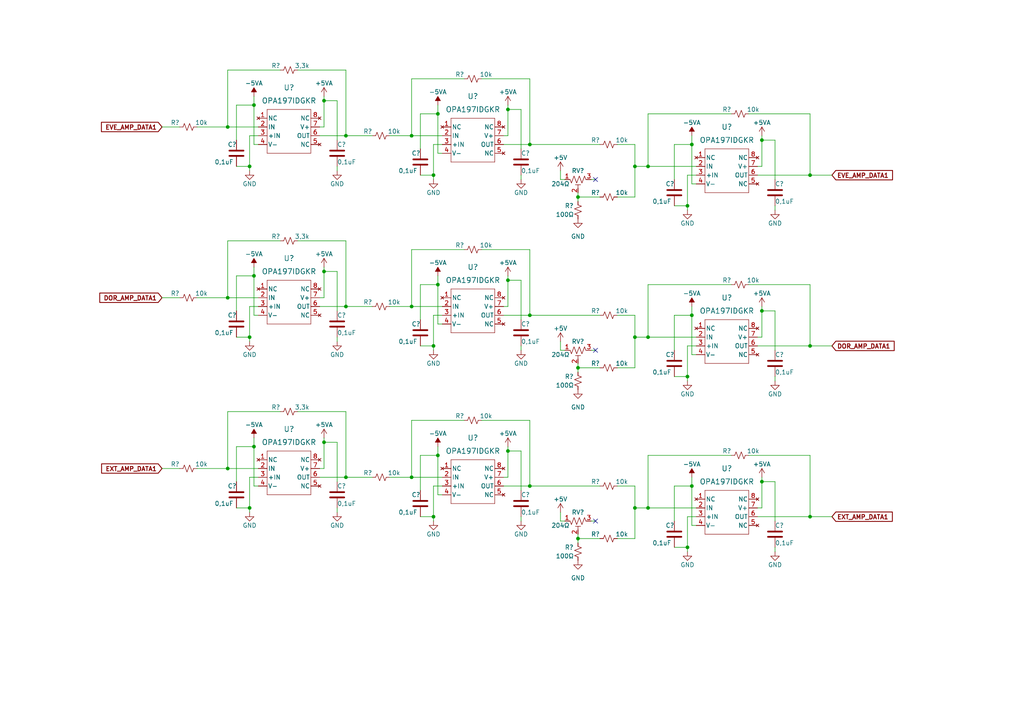
<source format=kicad_sch>
(kicad_sch (version 20211123) (generator eeschema)
  (paper "A4")
  (lib_symbols
    (symbol "Device:C" (pin_numbers hide) (pin_names (offset 0.254))
      (property "Reference" "C" (at 0.635 2.54 0))
      (property "Value" "C" (at 0.635 -2.54 0))
      (symbol "C_0_1"
        (polyline (pts (xy -2.032 -0.762) (xy 2.032 -0.762)) (stroke (width 0.508)))
        (polyline (pts (xy -2.032 0.762) (xy 2.032 0.762)) (stroke (width 0.508)))
      )
      (symbol "C_1_1"
        (pin passive line (at 0 3.81 270) (length 2.794) (name "~") (number "1"))
        (pin passive line (at 0 -3.81 90) (length 2.794) (name "~") (number "2"))
      )
    )
    (symbol "Device:R_Potentiometer_Trim_US" (pin_names (offset 1.016) hide)
      (property "Reference" "RV" (at -4.445 0 90))
      (property "Value" "R_Potentiometer_Trim_US" (at -2.54 0 90))
      (symbol "R_Potentiometer_Trim_US_0_1"
        (polyline (pts (xy 0 -2.286) (xy 0 -2.54)))
        (polyline (pts (xy 0 2.286) (xy 0 2.54)))
        (polyline (pts (xy 1.524 0.762) (xy 1.524 -0.762)))
        (polyline (pts (xy 2.54 0) (xy 1.524 0)))
        (polyline (pts (xy 0 -0.762) (xy 1.016 -1.143) (xy 0 -1.524) (xy -1.016 -1.905) (xy 0 -2.286)))
        (polyline (pts (xy 0 0.762) (xy 1.016 0.381) (xy 0 0) (xy -1.016 -0.381) (xy 0 -0.762)))
        (polyline (pts (xy 0 2.286) (xy 1.016 1.905) (xy 0 1.524) (xy -1.016 1.143) (xy 0 0.762)))
      )
      (symbol "R_Potentiometer_Trim_US_1_1"
        (pin passive line (at 0 3.81 270) (length 1.27) (name "1") (number "1"))
        (pin passive line (at 3.81 0 180) (length 1.27) (name "2") (number "2"))
        (pin passive line (at 0 -3.81 90) (length 1.27) (name "3") (number "3"))
      )
    )
    (symbol "Device:R_Small_US" (pin_numbers hide) (pin_names (offset 0.254) hide)
      (property "Reference" "R" (at 0.762 0.508 0))
      (property "Value" "R_Small_US" (at 0.762 -1.016 0))
      (symbol "R_Small_US_1_1"
        (polyline (pts (xy 0 0) (xy 1.016 -0.381) (xy 0 -0.762) (xy -1.016 -1.143) (xy 0 -1.524)))
        (polyline (pts (xy 0 1.524) (xy 1.016 1.143) (xy 0 0.762) (xy -1.016 0.381) (xy 0 0)))
        (pin passive line (at 0 2.54 270) (length 1.016) (name "~") (number "1"))
        (pin passive line (at 0 -2.54 90) (length 1.016) (name "~") (number "2"))
      )
    )
    (symbol "SymLib:OPA197IDGKR" (pin_names (offset 0.254))
      (property "Reference" "U" (at 15.24 3.81 0))
      (property "Value" "OPA197IDGKR" (at 20.32 -11.43 0))
      (symbol "OPA197IDGKR_0_1"
        (polyline (pts (xy 13.97 -10.16) (xy 26.67 -10.16)) (stroke (width 0.127)))
        (polyline (pts (xy 13.97 2.54) (xy 13.97 -10.16)) (stroke (width 0.127)))
        (polyline (pts (xy 26.67 -10.16) (xy 26.67 2.54)) (stroke (width 0.127)))
        (polyline (pts (xy 26.67 2.54) (xy 13.97 2.54)) (stroke (width 0.127)))
        (pin no_connect line (at 11.43 0 0) (length 2.54) (name "NC") (number "1"))
        (pin unspecified line (at 11.43 -2.54 0) (length 2.54) (name "IN") (number "2"))
        (pin input line (at 11.43 -5.08 0) (length 2.54) (name "+IN") (number "3"))
        (pin power_in line (at 11.43 -7.62 0) (length 2.54) (name "V-") (number "4"))
        (pin no_connect line (at 29.21 -7.62 180) (length 2.54) (name "NC") (number "5"))
        (pin output line (at 29.21 -5.08 180) (length 2.54) (name "OUT") (number "6"))
        (pin power_in line (at 29.21 -2.54 180) (length 2.54) (name "V+") (number "7"))
        (pin no_connect line (at 29.21 0 180) (length 2.54) (name "NC") (number "8"))
      )
    )
    (symbol "power:+5V" (power) (pin_names (offset 0))
      (property "Value" "+5V" (at 0 3.556 0))
      (symbol "+5V_0_1"
        (polyline (pts (xy -0.762 1.27) (xy 0 2.54)))
        (polyline (pts (xy 0 0) (xy 0 2.54)))
        (polyline (pts (xy 0 2.54) (xy 0.762 1.27)))
      )
      (symbol "+5V_1_1"
        (pin power_in line (at 0 0 90) (length 0) hide (name "+5V") (number "1"))
      )
    )
    (symbol "power:+5VA" (power) (pin_names (offset 0))
      (property "Value" "+5VA" (at 0 3.556 0))
      (symbol "+5VA_0_1"
        (polyline (pts (xy -0.762 1.27) (xy 0 2.54)))
        (polyline (pts (xy 0 0) (xy 0 2.54)))
        (polyline (pts (xy 0 2.54) (xy 0.762 1.27)))
      )
      (symbol "+5VA_1_1"
        (pin power_in line (at 0 0 90) (length 0) hide (name "+5VA") (number "1"))
      )
    )
    (symbol "power:-5VA" (power) (pin_names (offset 0))
      (property "Value" "-5VA" (at 0 3.81 0))
      (symbol "-5VA_0_0"
        (pin power_in line (at 0 0 90) (length 0) hide (name "-5VA") (number "1"))
      )
      (symbol "-5VA_0_1"
        (polyline (pts (xy 0 0) (xy 0 1.27) (xy 0.762 1.27) (xy 0 2.54) (xy -0.762 1.27) (xy 0 1.27)) (fill (type outline)))
      )
    )
    (symbol "power:GND" (power) (pin_names (offset 0))
      (property "Value" "GND" (at 0 -3.81 0))
      (symbol "GND_0_1"
        (polyline (pts (xy 0 0) (xy 0 -1.27) (xy 1.27 -1.27) (xy 0 -2.54) (xy -1.27 -1.27) (xy 0 -1.27)))
      )
      (symbol "GND_1_1"
        (pin power_in line (at 0 0 270) (length 0) hide (name "GND") (number "1"))
      )
    )
  )
  (junction (at 66.04 135.89))
  (junction (at 66.04 86.36))
  (junction (at 127 132.08))
  (junction (at 127 82.55))
  (junction (at 187.96 97.79))
  (junction (at 153.67 41.91))
  (junction (at 167.64 156.21))
  (junction (at 200.66 41.91))
  (junction (at 100.33 88.9))
  (junction (at 220.98 40.64))
  (junction (at 72.39 48.26))
  (junction (at 199.39 109.22))
  (junction (at 184.15 147.32))
  (junction (at 184.15 48.26))
  (junction (at 147.32 81.28))
  (junction (at 234.95 149.86))
  (junction (at 125.73 100.33))
  (junction (at 199.39 59.69))
  (junction (at 100.33 39.37))
  (junction (at 200.66 140.97))
  (junction (at 167.64 57.15))
  (junction (at 153.67 140.97))
  (junction (at 167.64 106.68))
  (junction (at 72.39 97.79))
  (junction (at 234.95 100.33))
  (junction (at 147.32 130.81))
  (junction (at 127 33.02))
  (junction (at 119.38 39.37))
  (junction (at 93.98 29.21))
  (junction (at 93.98 78.74))
  (junction (at 125.73 149.86))
  (junction (at 184.15 97.79))
  (junction (at 187.96 48.26))
  (junction (at 66.04 36.83))
  (junction (at 100.33 138.43))
  (junction (at 153.67 91.44))
  (junction (at 72.39 147.32))
  (junction (at 125.73 50.8))
  (junction (at 119.38 88.9))
  (junction (at 220.98 90.17))
  (junction (at 187.96 147.32))
  (junction (at 73.66 80.01))
  (junction (at 234.95 50.8))
  (junction (at 73.66 129.54))
  (junction (at 119.38 138.43))
  (junction (at 200.66 91.44))
  (junction (at 73.66 30.48))
  (junction (at 93.98 128.27))
  (junction (at 220.98 139.7))
  (junction (at 147.32 31.75))
  (junction (at 199.39 158.75))
  (no_connect (at 172.72 151.13))
  (no_connect (at 172.72 101.6))
  (no_connect (at 172.72 52.07))
  (wire (pts (xy 220.98 88.9) (xy 220.98 90.17)))
  (wire (pts (xy 125.73 50.8) (xy 125.73 52.07)))
  (wire (pts (xy 162.56 99.06) (xy 162.56 101.6)))
  (wire (pts (xy 81.28 119.38) (xy 66.04 119.38)))
  (wire (pts (xy 200.66 88.9) (xy 200.66 91.44)))
  (wire (pts (xy 195.58 151.13) (xy 195.58 140.97)))
  (wire (pts (xy 199.39 100.33) (xy 201.93 100.33)))
  (wire (pts (xy 73.66 129.54) (xy 73.66 140.97)))
  (wire (pts (xy 219.71 48.26) (xy 220.98 48.26)))
  (wire (pts (xy 173.99 57.15) (xy 167.64 57.15)))
  (wire (pts (xy 200.66 152.4) (xy 201.93 152.4)))
  (wire (pts (xy 147.32 31.75) (xy 147.32 39.37)))
  (wire (pts (xy 127 93.98) (xy 128.27 93.98)))
  (wire (pts (xy 66.04 69.85) (xy 66.04 86.36)))
  (wire (pts (xy 93.98 78.74) (xy 97.79 78.74)))
  (wire (pts (xy 93.98 29.21) (xy 97.79 29.21)))
  (wire (pts (xy 46.99 86.36) (xy 52.07 86.36)))
  (wire (pts (xy 212.09 132.08) (xy 187.96 132.08)))
  (wire (pts (xy 173.99 106.68) (xy 167.64 106.68)))
  (wire (pts (xy 195.58 109.22) (xy 199.39 109.22)))
  (wire (pts (xy 93.98 128.27) (xy 97.79 128.27)))
  (wire (pts (xy 151.13 50.8) (xy 151.13 52.07)))
  (wire (pts (xy 200.66 41.91) (xy 200.66 53.34)))
  (wire (pts (xy 184.15 147.32) (xy 187.96 147.32)))
  (wire (pts (xy 146.05 88.9) (xy 147.32 88.9)))
  (wire (pts (xy 179.07 91.44) (xy 184.15 91.44)))
  (wire (pts (xy 147.32 81.28) (xy 147.32 88.9)))
  (wire (pts (xy 219.71 50.8) (xy 234.95 50.8)))
  (wire (pts (xy 219.71 100.33) (xy 234.95 100.33)))
  (wire (pts (xy 153.67 91.44) (xy 173.99 91.44)))
  (wire (pts (xy 184.15 48.26) (xy 187.96 48.26)))
  (wire (pts (xy 220.98 90.17) (xy 220.98 97.79)))
  (wire (pts (xy 125.73 149.86) (xy 125.73 151.13)))
  (wire (pts (xy 146.05 41.91) (xy 153.67 41.91)))
  (wire (pts (xy 125.73 41.91) (xy 125.73 50.8)))
  (wire (pts (xy 146.05 140.97) (xy 153.67 140.97)))
  (wire (pts (xy 100.33 39.37) (xy 100.33 20.32)))
  (wire (pts (xy 147.32 31.75) (xy 151.13 31.75)))
  (wire (pts (xy 93.98 29.21) (xy 93.98 36.83)))
  (wire (pts (xy 125.73 100.33) (xy 125.73 101.6)))
  (wire (pts (xy 234.95 50.8) (xy 241.3 50.8)))
  (wire (pts (xy 167.64 105.41) (xy 167.64 106.68)))
  (wire (pts (xy 68.58 30.48) (xy 73.66 30.48)))
  (wire (pts (xy 100.33 20.32) (xy 86.36 20.32)))
  (wire (pts (xy 119.38 39.37) (xy 128.27 39.37)))
  (wire (pts (xy 125.73 140.97) (xy 128.27 140.97)))
  (wire (pts (xy 187.96 33.02) (xy 187.96 48.26)))
  (wire (pts (xy 219.71 97.79) (xy 220.98 97.79)))
  (wire (pts (xy 212.09 82.55) (xy 187.96 82.55)))
  (wire (pts (xy 121.92 142.24) (xy 121.92 132.08)))
  (wire (pts (xy 151.13 100.33) (xy 151.13 101.6)))
  (wire (pts (xy 92.71 39.37) (xy 100.33 39.37)))
  (wire (pts (xy 57.15 86.36) (xy 66.04 86.36)))
  (wire (pts (xy 81.28 69.85) (xy 66.04 69.85)))
  (wire (pts (xy 173.99 156.21) (xy 167.64 156.21)))
  (wire (pts (xy 73.66 41.91) (xy 74.93 41.91)))
  (wire (pts (xy 219.71 149.86) (xy 234.95 149.86)))
  (wire (pts (xy 147.32 80.01) (xy 147.32 81.28)))
  (wire (pts (xy 195.58 158.75) (xy 199.39 158.75)))
  (wire (pts (xy 100.33 88.9) (xy 100.33 69.85)))
  (wire (pts (xy 187.96 147.32) (xy 201.93 147.32)))
  (wire (pts (xy 220.98 139.7) (xy 224.79 139.7)))
  (wire (pts (xy 119.38 138.43) (xy 128.27 138.43)))
  (wire (pts (xy 127 30.48) (xy 127 33.02)))
  (wire (pts (xy 172.72 151.13) (xy 171.45 151.13)))
  (wire (pts (xy 92.71 135.89) (xy 93.98 135.89)))
  (wire (pts (xy 153.67 41.91) (xy 153.67 22.86)))
  (wire (pts (xy 100.33 88.9) (xy 107.95 88.9)))
  (wire (pts (xy 121.92 100.33) (xy 125.73 100.33)))
  (wire (pts (xy 121.92 43.18) (xy 121.92 33.02)))
  (wire (pts (xy 119.38 22.86) (xy 119.38 39.37)))
  (wire (pts (xy 195.58 41.91) (xy 200.66 41.91)))
  (wire (pts (xy 73.66 91.44) (xy 74.93 91.44)))
  (wire (pts (xy 121.92 149.86) (xy 125.73 149.86)))
  (wire (pts (xy 66.04 36.83) (xy 74.93 36.83)))
  (wire (pts (xy 72.39 138.43) (xy 74.93 138.43)))
  (wire (pts (xy 72.39 138.43) (xy 72.39 147.32)))
  (wire (pts (xy 134.62 121.92) (xy 119.38 121.92)))
  (wire (pts (xy 68.58 147.32) (xy 72.39 147.32)))
  (wire (pts (xy 153.67 91.44) (xy 153.67 72.39)))
  (wire (pts (xy 187.96 132.08) (xy 187.96 147.32)))
  (wire (pts (xy 97.79 139.7) (xy 97.79 128.27)))
  (wire (pts (xy 184.15 91.44) (xy 184.15 97.79)))
  (wire (pts (xy 151.13 92.71) (xy 151.13 81.28)))
  (wire (pts (xy 162.56 101.6) (xy 163.83 101.6)))
  (wire (pts (xy 100.33 69.85) (xy 86.36 69.85)))
  (wire (pts (xy 224.79 158.75) (xy 224.79 160.02)))
  (wire (pts (xy 195.58 101.6) (xy 195.58 91.44)))
  (wire (pts (xy 125.73 91.44) (xy 125.73 100.33)))
  (wire (pts (xy 93.98 77.47) (xy 93.98 78.74)))
  (wire (pts (xy 199.39 158.75) (xy 199.39 160.02)))
  (wire (pts (xy 68.58 40.64) (xy 68.58 30.48)))
  (wire (pts (xy 100.33 119.38) (xy 86.36 119.38)))
  (wire (pts (xy 167.64 154.94) (xy 167.64 156.21)))
  (wire (pts (xy 127 132.08) (xy 127 143.51)))
  (wire (pts (xy 219.71 147.32) (xy 220.98 147.32)))
  (wire (pts (xy 179.07 41.91) (xy 184.15 41.91)))
  (wire (pts (xy 234.95 100.33) (xy 241.3 100.33)))
  (wire (pts (xy 184.15 140.97) (xy 184.15 147.32)))
  (wire (pts (xy 147.32 129.54) (xy 147.32 130.81)))
  (wire (pts (xy 153.67 140.97) (xy 173.99 140.97)))
  (wire (pts (xy 121.92 50.8) (xy 125.73 50.8)))
  (wire (pts (xy 153.67 140.97) (xy 153.67 121.92)))
  (wire (pts (xy 234.95 149.86) (xy 241.3 149.86)))
  (wire (pts (xy 68.58 139.7) (xy 68.58 129.54)))
  (wire (pts (xy 121.92 92.71) (xy 121.92 82.55)))
  (wire (pts (xy 184.15 48.26) (xy 184.15 57.15)))
  (wire (pts (xy 162.56 148.59) (xy 162.56 151.13)))
  (wire (pts (xy 146.05 91.44) (xy 153.67 91.44)))
  (wire (pts (xy 162.56 52.07) (xy 163.83 52.07)))
  (wire (pts (xy 220.98 139.7) (xy 220.98 147.32)))
  (wire (pts (xy 97.79 90.17) (xy 97.79 78.74)))
  (wire (pts (xy 68.58 80.01) (xy 73.66 80.01)))
  (wire (pts (xy 224.79 109.22) (xy 224.79 110.49)))
  (wire (pts (xy 151.13 149.86) (xy 151.13 151.13)))
  (wire (pts (xy 200.66 53.34) (xy 201.93 53.34)))
  (wire (pts (xy 167.64 57.15) (xy 167.64 58.42)))
  (wire (pts (xy 125.73 140.97) (xy 125.73 149.86)))
  (wire (pts (xy 73.66 27.94) (xy 73.66 30.48)))
  (wire (pts (xy 184.15 147.32) (xy 184.15 156.21)))
  (wire (pts (xy 73.66 80.01) (xy 73.66 91.44)))
  (wire (pts (xy 195.58 140.97) (xy 200.66 140.97)))
  (wire (pts (xy 162.56 49.53) (xy 162.56 52.07)))
  (wire (pts (xy 100.33 39.37) (xy 107.95 39.37)))
  (wire (pts (xy 66.04 86.36) (xy 74.93 86.36)))
  (wire (pts (xy 57.15 36.83) (xy 66.04 36.83)))
  (wire (pts (xy 172.72 52.07) (xy 171.45 52.07)))
  (wire (pts (xy 234.95 33.02) (xy 217.17 33.02)))
  (wire (pts (xy 68.58 129.54) (xy 73.66 129.54)))
  (wire (pts (xy 179.07 106.68) (xy 184.15 106.68)))
  (wire (pts (xy 179.07 57.15) (xy 184.15 57.15)))
  (wire (pts (xy 73.66 140.97) (xy 74.93 140.97)))
  (wire (pts (xy 93.98 127) (xy 93.98 128.27)))
  (wire (pts (xy 46.99 135.89) (xy 52.07 135.89)))
  (wire (pts (xy 224.79 59.69) (xy 224.79 60.96)))
  (wire (pts (xy 224.79 151.13) (xy 224.79 139.7)))
  (wire (pts (xy 113.03 88.9) (xy 119.38 88.9)))
  (wire (pts (xy 200.66 102.87) (xy 201.93 102.87)))
  (wire (pts (xy 195.58 59.69) (xy 199.39 59.69)))
  (wire (pts (xy 113.03 138.43) (xy 119.38 138.43)))
  (wire (pts (xy 220.98 40.64) (xy 224.79 40.64)))
  (wire (pts (xy 119.38 72.39) (xy 119.38 88.9)))
  (wire (pts (xy 167.64 106.68) (xy 167.64 107.95)))
  (wire (pts (xy 119.38 121.92) (xy 119.38 138.43)))
  (wire (pts (xy 234.95 50.8) (xy 234.95 33.02)))
  (wire (pts (xy 199.39 59.69) (xy 199.39 60.96)))
  (wire (pts (xy 66.04 20.32) (xy 66.04 36.83)))
  (wire (pts (xy 97.79 147.32) (xy 97.79 148.59)))
  (wire (pts (xy 119.38 88.9) (xy 128.27 88.9)))
  (wire (pts (xy 199.39 149.86) (xy 199.39 158.75)))
  (wire (pts (xy 72.39 39.37) (xy 74.93 39.37)))
  (wire (pts (xy 72.39 88.9) (xy 74.93 88.9)))
  (wire (pts (xy 200.66 91.44) (xy 200.66 102.87)))
  (wire (pts (xy 100.33 138.43) (xy 100.33 119.38)))
  (wire (pts (xy 151.13 142.24) (xy 151.13 130.81)))
  (wire (pts (xy 121.92 132.08) (xy 127 132.08)))
  (wire (pts (xy 68.58 90.17) (xy 68.58 80.01)))
  (wire (pts (xy 199.39 109.22) (xy 199.39 110.49)))
  (wire (pts (xy 73.66 127) (xy 73.66 129.54)))
  (wire (pts (xy 73.66 30.48) (xy 73.66 41.91)))
  (wire (pts (xy 195.58 52.07) (xy 195.58 41.91)))
  (wire (pts (xy 92.71 138.43) (xy 100.33 138.43)))
  (wire (pts (xy 212.09 33.02) (xy 187.96 33.02)))
  (wire (pts (xy 184.15 97.79) (xy 187.96 97.79)))
  (wire (pts (xy 125.73 41.91) (xy 128.27 41.91)))
  (wire (pts (xy 200.66 140.97) (xy 200.66 152.4)))
  (wire (pts (xy 113.03 39.37) (xy 119.38 39.37)))
  (wire (pts (xy 68.58 48.26) (xy 72.39 48.26)))
  (wire (pts (xy 234.95 100.33) (xy 234.95 82.55)))
  (wire (pts (xy 167.64 156.21) (xy 167.64 157.48)))
  (wire (pts (xy 187.96 48.26) (xy 201.93 48.26)))
  (wire (pts (xy 97.79 48.26) (xy 97.79 49.53)))
  (wire (pts (xy 127 82.55) (xy 127 93.98)))
  (wire (pts (xy 153.67 72.39) (xy 139.7 72.39)))
  (wire (pts (xy 187.96 82.55) (xy 187.96 97.79)))
  (wire (pts (xy 234.95 132.08) (xy 217.17 132.08)))
  (wire (pts (xy 199.39 149.86) (xy 201.93 149.86)))
  (wire (pts (xy 153.67 22.86) (xy 139.7 22.86)))
  (wire (pts (xy 224.79 101.6) (xy 224.79 90.17)))
  (wire (pts (xy 127 44.45) (xy 128.27 44.45)))
  (wire (pts (xy 220.98 40.64) (xy 220.98 48.26)))
  (wire (pts (xy 220.98 90.17) (xy 224.79 90.17)))
  (wire (pts (xy 92.71 36.83) (xy 93.98 36.83)))
  (wire (pts (xy 93.98 27.94) (xy 93.98 29.21)))
  (wire (pts (xy 93.98 78.74) (xy 93.98 86.36)))
  (wire (pts (xy 81.28 20.32) (xy 66.04 20.32)))
  (wire (pts (xy 172.72 101.6) (xy 171.45 101.6)))
  (wire (pts (xy 199.39 50.8) (xy 201.93 50.8)))
  (wire (pts (xy 72.39 39.37) (xy 72.39 48.26)))
  (wire (pts (xy 199.39 50.8) (xy 199.39 59.69)))
  (wire (pts (xy 234.95 149.86) (xy 234.95 132.08)))
  (wire (pts (xy 93.98 128.27) (xy 93.98 135.89)))
  (wire (pts (xy 162.56 151.13) (xy 163.83 151.13)))
  (wire (pts (xy 72.39 88.9) (xy 72.39 97.79)))
  (wire (pts (xy 72.39 48.26) (xy 72.39 49.53)))
  (wire (pts (xy 151.13 43.18) (xy 151.13 31.75)))
  (wire (pts (xy 127 80.01) (xy 127 82.55)))
  (wire (pts (xy 92.71 88.9) (xy 100.33 88.9)))
  (wire (pts (xy 199.39 100.33) (xy 199.39 109.22)))
  (wire (pts (xy 147.32 130.81) (xy 147.32 138.43)))
  (wire (pts (xy 224.79 52.07) (xy 224.79 40.64)))
  (wire (pts (xy 100.33 138.43) (xy 107.95 138.43)))
  (wire (pts (xy 220.98 138.43) (xy 220.98 139.7)))
  (wire (pts (xy 57.15 135.89) (xy 66.04 135.89)))
  (wire (pts (xy 46.99 36.83) (xy 52.07 36.83)))
  (wire (pts (xy 127 143.51) (xy 128.27 143.51)))
  (wire (pts (xy 147.32 130.81) (xy 151.13 130.81)))
  (wire (pts (xy 97.79 40.64) (xy 97.79 29.21)))
  (wire (pts (xy 187.96 97.79) (xy 201.93 97.79)))
  (wire (pts (xy 179.07 140.97) (xy 184.15 140.97)))
  (wire (pts (xy 66.04 135.89) (xy 74.93 135.89)))
  (wire (pts (xy 127 129.54) (xy 127 132.08)))
  (wire (pts (xy 73.66 77.47) (xy 73.66 80.01)))
  (wire (pts (xy 134.62 72.39) (xy 119.38 72.39)))
  (wire (pts (xy 146.05 138.43) (xy 147.32 138.43)))
  (wire (pts (xy 200.66 39.37) (xy 200.66 41.91)))
  (wire (pts (xy 121.92 33.02) (xy 127 33.02)))
  (wire (pts (xy 167.64 55.88) (xy 167.64 57.15)))
  (wire (pts (xy 147.32 30.48) (xy 147.32 31.75)))
  (wire (pts (xy 179.07 156.21) (xy 184.15 156.21)))
  (wire (pts (xy 195.58 91.44) (xy 200.66 91.44)))
  (wire (pts (xy 97.79 97.79) (xy 97.79 99.06)))
  (wire (pts (xy 220.98 39.37) (xy 220.98 40.64)))
  (wire (pts (xy 146.05 39.37) (xy 147.32 39.37)))
  (wire (pts (xy 72.39 97.79) (xy 72.39 99.06)))
  (wire (pts (xy 184.15 97.79) (xy 184.15 106.68)))
  (wire (pts (xy 153.67 41.91) (xy 173.99 41.91)))
  (wire (pts (xy 153.67 121.92) (xy 139.7 121.92)))
  (wire (pts (xy 127 33.02) (xy 127 44.45)))
  (wire (pts (xy 68.58 97.79) (xy 72.39 97.79)))
  (wire (pts (xy 184.15 41.91) (xy 184.15 48.26)))
  (wire (pts (xy 134.62 22.86) (xy 119.38 22.86)))
  (wire (pts (xy 92.71 86.36) (xy 93.98 86.36)))
  (wire (pts (xy 147.32 81.28) (xy 151.13 81.28)))
  (wire (pts (xy 125.73 91.44) (xy 128.27 91.44)))
  (wire (pts (xy 200.66 138.43) (xy 200.66 140.97)))
  (wire (pts (xy 72.39 147.32) (xy 72.39 148.59)))
  (wire (pts (xy 234.95 82.55) (xy 217.17 82.55)))
  (wire (pts (xy 121.92 82.55) (xy 127 82.55)))
  (wire (pts (xy 66.04 119.38) (xy 66.04 135.89)))
  (global_label "EXT_AMP_DATA1" (shape input) (at 46.99 135.89 180) (effects (font bold)) (property "Intersheet References" "${INTERSHEET_REFS}" (effects hide)))
  (global_label "EVE_AMP_DATA1" (shape input) (at 46.99 36.83 180) (effects (font bold)) (property "Intersheet References" "${INTERSHEET_REFS}" (effects hide)))
  (global_label "EVE_AMP_DATA1" (shape input) (at 241.3 50.8 0) (effects (font bold)) (property "Intersheet References" "${INTERSHEET_REFS}" (effects hide)))
  (global_label "DOR_AMP_DATA1" (shape input) (at 241.3 100.33 0) (effects (font bold)) (property "Intersheet References" "${INTERSHEET_REFS}" (effects hide)))
  (global_label "DOR_AMP_DATA1" (shape input) (at 46.99 86.36 180) (effects (font bold)) (property "Intersheet References" "${INTERSHEET_REFS}" (effects hide)))
  (global_label "EXT_AMP_DATA1" (shape input) (at 241.3 149.86 0) (effects (font bold)) (property "Intersheet References" "${INTERSHEET_REFS}" (effects hide)))
  (symbol (lib_id "power:-5VA") (at 127 30.48 0) (unit 1)
    (property "Reference" "#PWR?" (effects hide))
    (property "Value" "-5VA" (at 127 26.67 0))
  )
  (symbol (lib_id "SymLib:OPA197IDGKR") (at 63.5 83.82 0) (unit 1)
    (property "Reference" "U?" (at 83.82 74.93 0) (effects (font (size 1.524 1.524))))
    (property "Value" "OPA197IDGKR" (at 83.82 78.74 0) (effects (font (size 1.524 1.524))))
    (property "Footprint" "DGK8_TEX" (effects hide))
    (property "Datasheet" "OPA197IDGKR" (effects hide))
  )
  (symbol (lib_id "Device:R_Small_US") (at 214.63 82.55 90) (unit 1)
    (property "Reference" "R?" (at 210.82 81.28 90))
    (property "Value" "10k" (at 218.44 81.28 90))
    (property "Footprint" "Resistor_SMD:R_0805_2012Metric" (effects hide))
  )
  (symbol (lib_id "Device:R_Small_US") (at 167.64 110.49 180) (unit 1)
    (property "Reference" "R?" (at 165.1 109.22 0))
    (property "Value" "100Ω" (at 163.83 111.76 0))
    (property "Footprint" "Resistor_SMD:R_0805_2012Metric" (effects hide))
  )
  (symbol (lib_id "power:+5VA") (at 147.32 129.54 0) (unit 1)
    (property "Reference" "#PWR?" (effects hide))
    (property "Value" "+5VA" (at 147.32 125.73 0))
  )
  (symbol (lib_id "SymLib:OPA197IDGKR") (at 63.5 34.29 0) (unit 1)
    (property "Reference" "U?" (at 83.82 25.4 0) (effects (font (size 1.524 1.524))))
    (property "Value" "OPA197IDGKR" (at 83.82 29.21 0) (effects (font (size 1.524 1.524))))
    (property "Footprint" "DGK8_TEX" (effects hide))
    (property "Datasheet" "OPA197IDGKR" (effects hide))
  )
  (symbol (lib_id "power:GND") (at 224.79 160.02 0) (unit 1)
    (property "Reference" "#PWR?" (effects hide))
    (property "Value" "GND" (at 224.79 163.83 0))
  )
  (symbol (lib_id "power:+5V") (at 162.56 148.59 0) (unit 1)
    (property "Reference" "#PWR?" (effects hide))
    (property "Value" "+5V" (at 162.56 144.78 0))
  )
  (symbol (lib_id "power:+5VA") (at 93.98 127 0) (unit 1)
    (property "Reference" "#PWR?" (effects hide))
    (property "Value" "+5VA" (at 93.98 123.19 0))
  )
  (symbol (lib_id "Device:C") (at 68.58 143.51 0) (unit 1)
    (property "Reference" "C?" (at 66.04 140.97 0) (effects (justify left)))
    (property "Value" "0,1uF" (at 62.23 146.05 0) (effects (justify left)))
    (property "Footprint" "FootPrintLib:CAPC220145_88N_KEM" (effects hide))
  )
  (symbol (lib_id "Device:R_Small_US") (at 137.16 121.92 90) (unit 1)
    (property "Reference" "R?" (at 133.35 120.65 90))
    (property "Value" "10k" (at 140.97 120.65 90))
    (property "Footprint" "Resistor_SMD:R_0805_2012Metric" (effects hide))
  )
  (symbol (lib_id "SymLib:OPA197IDGKR") (at 63.5 133.35 0) (unit 1)
    (property "Reference" "U?" (at 83.82 124.46 0) (effects (font (size 1.524 1.524))))
    (property "Value" "OPA197IDGKR" (at 83.82 128.27 0) (effects (font (size 1.524 1.524))))
    (property "Footprint" "DGK8_TEX" (effects hide))
    (property "Datasheet" "OPA197IDGKR" (effects hide))
  )
  (symbol (lib_id "Device:R_Small_US") (at 83.82 20.32 90) (unit 1)
    (property "Reference" "R?" (at 80.01 19.05 90))
    (property "Value" "3,3k" (at 87.63 19.05 90))
    (property "Footprint" "Resistor_SMD:R_0805_2012Metric" (effects hide))
  )
  (symbol (lib_id "power:GND") (at 97.79 49.53 0) (unit 1)
    (property "Reference" "#PWR?" (effects hide))
    (property "Value" "GND" (at 97.79 53.34 0))
  )
  (symbol (lib_id "Device:R_Small_US") (at 176.53 140.97 90) (unit 1)
    (property "Reference" "R?" (at 172.72 139.7 90))
    (property "Value" "10k" (at 180.34 139.7 90))
    (property "Footprint" "Resistor_SMD:R_0805_2012Metric" (effects hide))
  )
  (symbol (lib_id "power:GND") (at 97.79 99.06 0) (unit 1)
    (property "Reference" "#PWR?" (effects hide))
    (property "Value" "GND" (at 97.79 102.87 0))
  )
  (symbol (lib_id "power:GND") (at 151.13 52.07 0) (unit 1)
    (property "Reference" "#PWR?" (effects hide))
    (property "Value" "GND" (at 151.13 55.88 0))
  )
  (symbol (lib_id "SymLib:OPA197IDGKR") (at 190.5 45.72 0) (unit 1)
    (property "Reference" "U?" (at 210.82 36.83 0) (effects (font (size 1.524 1.524))))
    (property "Value" "OPA197IDGKR" (at 210.82 40.64 0) (effects (font (size 1.524 1.524))))
    (property "Footprint" "DGK8_TEX" (effects hide))
    (property "Datasheet" "OPA197IDGKR" (effects hide))
  )
  (symbol (lib_id "power:GND") (at 199.39 60.96 0) (unit 1)
    (property "Reference" "#PWR?" (effects hide))
    (property "Value" "GND" (at 199.39 64.77 0))
  )
  (symbol (lib_id "power:GND") (at 151.13 151.13 0) (unit 1)
    (property "Reference" "#PWR?" (effects hide))
    (property "Value" "GND" (at 151.13 154.94 0))
  )
  (symbol (lib_id "Device:C") (at 121.92 146.05 0) (unit 1)
    (property "Reference" "C?" (at 119.38 143.51 0) (effects (justify left)))
    (property "Value" "0,1uF" (at 115.57 148.59 0) (effects (justify left)))
    (property "Footprint" "FootPrintLib:CAPC220145_88N_KEM" (effects hide))
  )
  (symbol (lib_id "power:-5VA") (at 200.66 88.9 0) (unit 1)
    (property "Reference" "#PWR?" (effects hide))
    (property "Value" "-5VA" (at 200.66 85.09 0))
  )
  (symbol (lib_id "power:-5VA") (at 127 129.54 0) (unit 1)
    (property "Reference" "#PWR?" (effects hide))
    (property "Value" "-5VA" (at 127 125.73 0))
  )
  (symbol (lib_id "Device:R_Small_US") (at 54.61 135.89 90) (unit 1)
    (property "Reference" "R?" (at 50.8 134.62 90))
    (property "Value" "10k" (at 58.42 134.62 90))
    (property "Footprint" "Resistor_SMD:R_0805_2012Metric" (effects hide))
  )
  (symbol (lib_id "power:+5V") (at 162.56 49.53 0) (unit 1)
    (property "Reference" "#PWR?" (effects hide))
    (property "Value" "+5V" (at 162.56 45.72 0))
  )
  (symbol (lib_id "Device:R_Small_US") (at 137.16 72.39 90) (unit 1)
    (property "Reference" "R?" (at 133.35 71.12 90))
    (property "Value" "10k" (at 140.97 71.12 90))
    (property "Footprint" "Resistor_SMD:R_0805_2012Metric" (effects hide))
  )
  (symbol (lib_id "Device:R_Small_US") (at 214.63 33.02 90) (unit 1)
    (property "Reference" "R?" (at 210.82 31.75 90))
    (property "Value" "10k" (at 218.44 31.75 90))
    (property "Footprint" "Resistor_SMD:R_0805_2012Metric" (effects hide))
  )
  (symbol (lib_id "Device:R_Small_US") (at 167.64 160.02 180) (unit 1)
    (property "Reference" "R?" (at 165.1 158.75 0))
    (property "Value" "100Ω" (at 163.83 161.29 0))
    (property "Footprint" "Resistor_SMD:R_0805_2012Metric" (effects hide))
  )
  (symbol (lib_id "SymLib:OPA197IDGKR") (at 116.84 135.89 0) (unit 1)
    (property "Reference" "U?" (at 137.16 127 0) (effects (font (size 1.524 1.524))))
    (property "Value" "OPA197IDGKR" (at 137.16 130.81 0) (effects (font (size 1.524 1.524))))
    (property "Footprint" "DGK8_TEX" (effects hide))
    (property "Datasheet" "OPA197IDGKR" (effects hide))
  )
  (symbol (lib_id "power:GND") (at 72.39 99.06 0) (unit 1)
    (property "Reference" "#PWR?" (effects hide))
    (property "Value" "GND" (at 72.39 102.87 0))
  )
  (symbol (lib_id "Device:R_Potentiometer_Trim_US") (at 167.64 151.13 90) (mirror x) (unit 1)
    (property "Reference" "RV?" (at 167.64 148.59 90))
    (property "Value" "204Ω" (at 162.56 152.4 90))
    (property "Footprint" "FootPrint:TRIM_3362P-1-102LF" (effects hide))
  )
  (symbol (lib_id "Device:C") (at 195.58 105.41 0) (unit 1)
    (property "Reference" "C?" (at 193.04 102.87 0) (effects (justify left)))
    (property "Value" "0,1uF" (at 189.23 107.95 0) (effects (justify left)))
    (property "Footprint" "FootPrintLib:CAPC220145_88N_KEM" (effects hide))
  )
  (symbol (lib_id "Device:R_Small_US") (at 176.53 106.68 90) (unit 1)
    (property "Reference" "R?" (at 172.72 105.41 90))
    (property "Value" "10k" (at 180.34 105.41 90))
    (property "Footprint" "Resistor_SMD:R_0805_2012Metric" (effects hide))
  )
  (symbol (lib_id "Device:R_Small_US") (at 83.82 119.38 90) (unit 1)
    (property "Reference" "R?" (at 80.01 118.11 90))
    (property "Value" "3,3k" (at 87.63 118.11 90))
    (property "Footprint" "Resistor_SMD:R_0805_2012Metric" (effects hide))
  )
  (symbol (lib_id "Device:R_Small_US") (at 110.49 39.37 90) (unit 1)
    (property "Reference" "R?" (at 106.68 38.1 90))
    (property "Value" "10k" (at 114.3 38.1 90))
    (property "Footprint" "Resistor_SMD:R_0805_2012Metric" (effects hide))
  )
  (symbol (lib_id "power:+5V") (at 162.56 99.06 0) (unit 1)
    (property "Reference" "#PWR?" (effects hide))
    (property "Value" "+5V" (at 162.56 95.25 0))
  )
  (symbol (lib_id "power:GND") (at 167.64 162.56 0) (unit 1)
    (property "Reference" "#PWR?" (effects hide))
    (property "Value" "GND" (at 167.64 167.64 0))
  )
  (symbol (lib_id "power:-5VA") (at 200.66 138.43 0) (unit 1)
    (property "Reference" "#PWR?" (effects hide))
    (property "Value" "-5VA" (at 200.66 134.62 0))
  )
  (symbol (lib_id "Device:R_Small_US") (at 54.61 86.36 90) (unit 1)
    (property "Reference" "R?" (at 50.8 85.09 90))
    (property "Value" "10k" (at 58.42 85.09 90))
    (property "Footprint" "Resistor_SMD:R_0805_2012Metric" (effects hide))
  )
  (symbol (lib_id "power:-5VA") (at 200.66 39.37 0) (unit 1)
    (property "Reference" "#PWR?" (effects hide))
    (property "Value" "-5VA" (at 200.66 35.56 0))
  )
  (symbol (lib_id "SymLib:OPA197IDGKR") (at 190.5 95.25 0) (unit 1)
    (property "Reference" "U?" (at 210.82 86.36 0) (effects (font (size 1.524 1.524))))
    (property "Value" "OPA197IDGKR" (at 210.82 90.17 0) (effects (font (size 1.524 1.524))))
    (property "Footprint" "DGK8_TEX" (effects hide))
    (property "Datasheet" "OPA197IDGKR" (effects hide))
  )
  (symbol (lib_id "power:GND") (at 72.39 148.59 0) (unit 1)
    (property "Reference" "#PWR?" (effects hide))
    (property "Value" "GND" (at 72.39 152.4 0))
  )
  (symbol (lib_id "SymLib:OPA197IDGKR") (at 116.84 86.36 0) (unit 1)
    (property "Reference" "U?" (at 137.16 77.47 0) (effects (font (size 1.524 1.524))))
    (property "Value" "OPA197IDGKR" (at 137.16 81.28 0) (effects (font (size 1.524 1.524))))
    (property "Footprint" "DGK8_TEX" (effects hide))
    (property "Datasheet" "OPA197IDGKR" (effects hide))
  )
  (symbol (lib_id "Device:R_Small_US") (at 176.53 41.91 90) (unit 1)
    (property "Reference" "R?" (at 172.72 40.64 90))
    (property "Value" "10k" (at 180.34 40.64 90))
    (property "Footprint" "Resistor_SMD:R_0805_2012Metric" (effects hide))
  )
  (symbol (lib_id "power:GND") (at 167.64 63.5 0) (unit 1)
    (property "Reference" "#PWR?" (effects hide))
    (property "Value" "GND" (at 167.64 68.58 0))
  )
  (symbol (lib_id "Device:R_Small_US") (at 110.49 88.9 90) (unit 1)
    (property "Reference" "R?" (at 106.68 87.63 90))
    (property "Value" "10k" (at 114.3 87.63 90))
    (property "Footprint" "Resistor_SMD:R_0805_2012Metric" (effects hide))
  )
  (symbol (lib_id "power:GND") (at 72.39 49.53 0) (unit 1)
    (property "Reference" "#PWR?" (effects hide))
    (property "Value" "GND" (at 72.39 53.34 0))
  )
  (symbol (lib_id "power:GND") (at 125.73 101.6 0) (unit 1)
    (property "Reference" "#PWR?" (effects hide))
    (property "Value" "GND" (at 125.73 105.41 0))
  )
  (symbol (lib_id "Device:R_Small_US") (at 214.63 132.08 90) (unit 1)
    (property "Reference" "R?" (at 210.82 130.81 90))
    (property "Value" "10k" (at 218.44 130.81 90))
    (property "Footprint" "Resistor_SMD:R_0805_2012Metric" (effects hide))
  )
  (symbol (lib_id "Device:R_Small_US") (at 137.16 22.86 90) (unit 1)
    (property "Reference" "R?" (at 133.35 21.59 90))
    (property "Value" "10k" (at 140.97 21.59 90))
    (property "Footprint" "Resistor_SMD:R_0805_2012Metric" (effects hide))
  )
  (symbol (lib_id "power:+5VA") (at 93.98 27.94 0) (unit 1)
    (property "Reference" "#PWR?" (effects hide))
    (property "Value" "+5VA" (at 93.98 24.13 0))
  )
  (symbol (lib_id "power:GND") (at 167.64 113.03 0) (unit 1)
    (property "Reference" "#PWR?" (effects hide))
    (property "Value" "GND" (at 167.64 118.11 0))
  )
  (symbol (lib_id "power:GND") (at 199.39 160.02 0) (unit 1)
    (property "Reference" "#PWR?" (effects hide))
    (property "Value" "GND" (at 199.39 163.83 0))
  )
  (symbol (lib_id "power:-5VA") (at 127 80.01 0) (unit 1)
    (property "Reference" "#PWR?" (effects hide))
    (property "Value" "-5VA" (at 127 76.2 0))
  )
  (symbol (lib_id "SymLib:OPA197IDGKR") (at 190.5 144.78 0) (unit 1)
    (property "Reference" "U?" (at 210.82 135.89 0) (effects (font (size 1.524 1.524))))
    (property "Value" "OPA197IDGKR" (at 210.82 139.7 0) (effects (font (size 1.524 1.524))))
    (property "Footprint" "DGK8_TEX" (effects hide))
    (property "Datasheet" "OPA197IDGKR" (effects hide))
  )
  (symbol (lib_id "Device:C") (at 195.58 154.94 0) (unit 1)
    (property "Reference" "C?" (at 193.04 152.4 0) (effects (justify left)))
    (property "Value" "0,1uF" (at 189.23 157.48 0) (effects (justify left)))
    (property "Footprint" "FootPrintLib:CAPC220145_88N_KEM" (effects hide))
  )
  (symbol (lib_id "Device:R_Small_US") (at 176.53 91.44 90) (unit 1)
    (property "Reference" "R?" (at 172.72 90.17 90))
    (property "Value" "10k" (at 180.34 90.17 90))
    (property "Footprint" "Resistor_SMD:R_0805_2012Metric" (effects hide))
  )
  (symbol (lib_id "power:GND") (at 97.79 148.59 0) (unit 1)
    (property "Reference" "#PWR?" (effects hide))
    (property "Value" "GND" (at 97.79 152.4 0))
  )
  (symbol (lib_id "Device:C") (at 121.92 96.52 0) (unit 1)
    (property "Reference" "C?" (at 119.38 93.98 0) (effects (justify left)))
    (property "Value" "0,1uF" (at 115.57 99.06 0) (effects (justify left)))
    (property "Footprint" "FootPrintLib:CAPC220145_88N_KEM" (effects hide))
  )
  (symbol (lib_id "power:GND") (at 125.73 52.07 0) (unit 1)
    (property "Reference" "#PWR?" (effects hide))
    (property "Value" "GND" (at 125.73 55.88 0))
  )
  (symbol (lib_id "Device:C") (at 151.13 146.05 0) (unit 1)
    (property "Reference" "C?" (at 151.13 143.51 0) (effects (justify left)))
    (property "Value" "0,1uF" (at 151.13 148.59 0) (effects (justify left)))
    (property "Footprint" "FootPrintLib:CAPC220145_88N_KEM" (effects hide))
  )
  (symbol (lib_id "power:GND") (at 199.39 110.49 0) (unit 1)
    (property "Reference" "#PWR?" (effects hide))
    (property "Value" "GND" (at 199.39 114.3 0))
  )
  (symbol (lib_id "Device:R_Small_US") (at 167.64 60.96 180) (unit 1)
    (property "Reference" "R?" (at 165.1 59.69 0))
    (property "Value" "100Ω" (at 163.83 62.23 0))
    (property "Footprint" "Resistor_SMD:R_0805_2012Metric" (effects hide))
  )
  (symbol (lib_id "Device:C") (at 68.58 44.45 0) (unit 1)
    (property "Reference" "C?" (at 66.04 41.91 0) (effects (justify left)))
    (property "Value" "0,1uF" (at 62.23 46.99 0) (effects (justify left)))
    (property "Footprint" "FootPrintLib:CAPC220145_88N_KEM" (effects hide))
  )
  (symbol (lib_id "Device:C") (at 121.92 46.99 0) (unit 1)
    (property "Reference" "C?" (at 119.38 44.45 0) (effects (justify left)))
    (property "Value" "0,1uF" (at 115.57 49.53 0) (effects (justify left)))
    (property "Footprint" "FootPrintLib:CAPC220145_88N_KEM" (effects hide))
  )
  (symbol (lib_id "SymLib:OPA197IDGKR") (at 116.84 36.83 0) (unit 1)
    (property "Reference" "U?" (at 137.16 27.94 0) (effects (font (size 1.524 1.524))))
    (property "Value" "OPA197IDGKR" (at 137.16 31.75 0) (effects (font (size 1.524 1.524))))
    (property "Footprint" "DGK8_TEX" (effects hide))
    (property "Datasheet" "OPA197IDGKR" (effects hide))
  )
  (symbol (lib_id "power:+5VA") (at 93.98 77.47 0) (unit 1)
    (property "Reference" "#PWR?" (effects hide))
    (property "Value" "+5VA" (at 93.98 73.66 0))
  )
  (symbol (lib_id "power:GND") (at 125.73 151.13 0) (unit 1)
    (property "Reference" "#PWR?" (effects hide))
    (property "Value" "GND" (at 125.73 154.94 0))
  )
  (symbol (lib_id "Device:R_Small_US") (at 83.82 69.85 90) (unit 1)
    (property "Reference" "R?" (at 80.01 68.58 90))
    (property "Value" "3,3k" (at 87.63 68.58 90))
    (property "Footprint" "Resistor_SMD:R_0805_2012Metric" (effects hide))
  )
  (symbol (lib_id "Device:R_Small_US") (at 54.61 36.83 90) (unit 1)
    (property "Reference" "R?" (at 50.8 35.56 90))
    (property "Value" "10k" (at 58.42 35.56 90))
    (property "Footprint" "Resistor_SMD:R_0805_2012Metric" (effects hide))
  )
  (symbol (lib_id "Device:C") (at 97.79 93.98 0) (unit 1)
    (property "Reference" "C?" (at 97.79 91.44 0) (effects (justify left)))
    (property "Value" "0,1uF" (at 97.79 96.52 0) (effects (justify left)))
    (property "Footprint" "FootPrintLib:CAPC220145_88N_KEM" (effects hide))
  )
  (symbol (lib_id "Device:C") (at 195.58 55.88 0) (unit 1)
    (property "Reference" "C?" (at 193.04 53.34 0) (effects (justify left)))
    (property "Value" "0,1uF" (at 189.23 58.42 0) (effects (justify left)))
    (property "Footprint" "FootPrintLib:CAPC220145_88N_KEM" (effects hide))
  )
  (symbol (lib_id "power:+5VA") (at 220.98 88.9 0) (unit 1)
    (property "Reference" "#PWR?" (effects hide))
    (property "Value" "+5VA" (at 220.98 85.09 0))
  )
  (symbol (lib_id "power:+5VA") (at 147.32 30.48 0) (unit 1)
    (property "Reference" "#PWR?" (effects hide))
    (property "Value" "+5VA" (at 147.32 26.67 0))
  )
  (symbol (lib_id "Device:C") (at 224.79 55.88 0) (unit 1)
    (property "Reference" "C?" (at 224.79 53.34 0) (effects (justify left)))
    (property "Value" "0,1uF" (at 224.79 58.42 0) (effects (justify left)))
    (property "Footprint" "FootPrintLib:CAPC220145_88N_KEM" (effects hide))
  )
  (symbol (lib_id "Device:R_Potentiometer_Trim_US") (at 167.64 52.07 90) (mirror x) (unit 1)
    (property "Reference" "RV?" (at 167.64 49.53 90))
    (property "Value" "204Ω" (at 162.56 53.34 90))
    (property "Footprint" "FootPrint:TRIM_3362P-1-102LF" (effects hide))
  )
  (symbol (lib_id "power:-5VA") (at 73.66 27.94 0) (unit 1)
    (property "Reference" "#PWR?" (effects hide))
    (property "Value" "-5VA" (at 73.66 24.13 0))
  )
  (symbol (lib_id "power:GND") (at 224.79 110.49 0) (unit 1)
    (property "Reference" "#PWR?" (effects hide))
    (property "Value" "GND" (at 224.79 114.3 0))
  )
  (symbol (lib_id "Device:R_Small_US") (at 110.49 138.43 90) (unit 1)
    (property "Reference" "R?" (at 106.68 137.16 90))
    (property "Value" "10k" (at 114.3 137.16 90))
    (property "Footprint" "Resistor_SMD:R_0805_2012Metric" (effects hide))
  )
  (symbol (lib_id "Device:C") (at 97.79 143.51 0) (unit 1)
    (property "Reference" "C?" (at 97.79 140.97 0) (effects (justify left)))
    (property "Value" "0,1uF" (at 97.79 146.05 0) (effects (justify left)))
    (property "Footprint" "FootPrintLib:CAPC220145_88N_KEM" (effects hide))
  )
  (symbol (lib_id "power:-5VA") (at 73.66 77.47 0) (unit 1)
    (property "Reference" "#PWR?" (effects hide))
    (property "Value" "-5VA" (at 73.66 73.66 0))
  )
  (symbol (lib_id "power:+5VA") (at 147.32 80.01 0) (unit 1)
    (property "Reference" "#PWR?" (effects hide))
    (property "Value" "+5VA" (at 147.32 76.2 0))
  )
  (symbol (lib_id "Device:C") (at 68.58 93.98 0) (unit 1)
    (property "Reference" "C?" (at 66.04 91.44 0) (effects (justify left)))
    (property "Value" "0,1uF" (at 62.23 96.52 0) (effects (justify left)))
    (property "Footprint" "FootPrintLib:CAPC220145_88N_KEM" (effects hide))
  )
  (symbol (lib_id "Device:C") (at 151.13 46.99 0) (unit 1)
    (property "Reference" "C?" (at 151.13 44.45 0) (effects (justify left)))
    (property "Value" "0,1uF" (at 151.13 49.53 0) (effects (justify left)))
    (property "Footprint" "FootPrintLib:CAPC220145_88N_KEM" (effects hide))
  )
  (symbol (lib_id "Device:R_Potentiometer_Trim_US") (at 167.64 101.6 90) (mirror x) (unit 1)
    (property "Reference" "RV?" (at 167.64 99.06 90))
    (property "Value" "204Ω" (at 162.56 102.87 90))
    (property "Footprint" "FootPrint:TRIM_3362P-1-102LF" (effects hide))
  )
  (symbol (lib_id "Device:C") (at 224.79 105.41 0) (unit 1)
    (property "Reference" "C?" (at 224.79 102.87 0) (effects (justify left)))
    (property "Value" "0,1uF" (at 224.79 107.95 0) (effects (justify left)))
    (property "Footprint" "FootPrintLib:CAPC220145_88N_KEM" (effects hide))
  )
  (symbol (lib_id "power:GND") (at 151.13 101.6 0) (unit 1)
    (property "Reference" "#PWR?" (effects hide))
    (property "Value" "GND" (at 151.13 105.41 0))
  )
  (symbol (lib_id "power:GND") (at 224.79 60.96 0) (unit 1)
    (property "Reference" "#PWR?" (effects hide))
    (property "Value" "GND" (at 224.79 64.77 0))
  )
  (symbol (lib_id "Device:C") (at 224.79 154.94 0) (unit 1)
    (property "Reference" "C?" (at 224.79 152.4 0) (effects (justify left)))
    (property "Value" "0,1uF" (at 224.79 157.48 0) (effects (justify left)))
    (property "Footprint" "FootPrintLib:CAPC220145_88N_KEM" (effects hide))
  )
  (symbol (lib_id "power:+5VA") (at 220.98 138.43 0) (unit 1)
    (property "Reference" "#PWR?" (effects hide))
    (property "Value" "+5VA" (at 220.98 134.62 0))
  )
  (symbol (lib_id "power:+5VA") (at 220.98 39.37 0) (unit 1)
    (property "Reference" "#PWR?" (effects hide))
    (property "Value" "+5VA" (at 220.98 35.56 0))
  )
  (symbol (lib_id "Device:C") (at 151.13 96.52 0) (unit 1)
    (property "Reference" "C?" (at 151.13 93.98 0) (effects (justify left)))
    (property "Value" "0,1uF" (at 151.13 99.06 0) (effects (justify left)))
    (property "Footprint" "FootPrintLib:CAPC220145_88N_KEM" (effects hide))
  )
  (symbol (lib_id "power:-5VA") (at 73.66 127 0) (unit 1)
    (property "Reference" "#PWR?" (effects hide))
    (property "Value" "-5VA" (at 73.66 123.19 0))
  )
  (symbol (lib_id "Device:C") (at 97.79 44.45 0) (unit 1)
    (property "Reference" "C?" (at 97.79 41.91 0) (effects (justify left)))
    (property "Value" "0,1uF" (at 97.79 46.99 0) (effects (justify left)))
    (property "Footprint" "FootPrintLib:CAPC220145_88N_KEM" (effects hide))
  )
  (symbol (lib_id "Device:R_Small_US") (at 176.53 57.15 90) (unit 1)
    (property "Reference" "R?" (at 172.72 55.88 90))
    (property "Value" "10k" (at 180.34 55.88 90))
    (property "Footprint" "Resistor_SMD:R_0805_2012Metric" (effects hide))
  )
  (symbol (lib_id "Device:R_Small_US") (at 176.53 156.21 90) (unit 1)
    (property "Reference" "R?" (at 172.72 154.94 90))
    (property "Value" "10k" (at 180.34 154.94 90))
    (property "Footprint" "Resistor_SMD:R_0805_2012Metric" (effects hide))
  )
)
</source>
